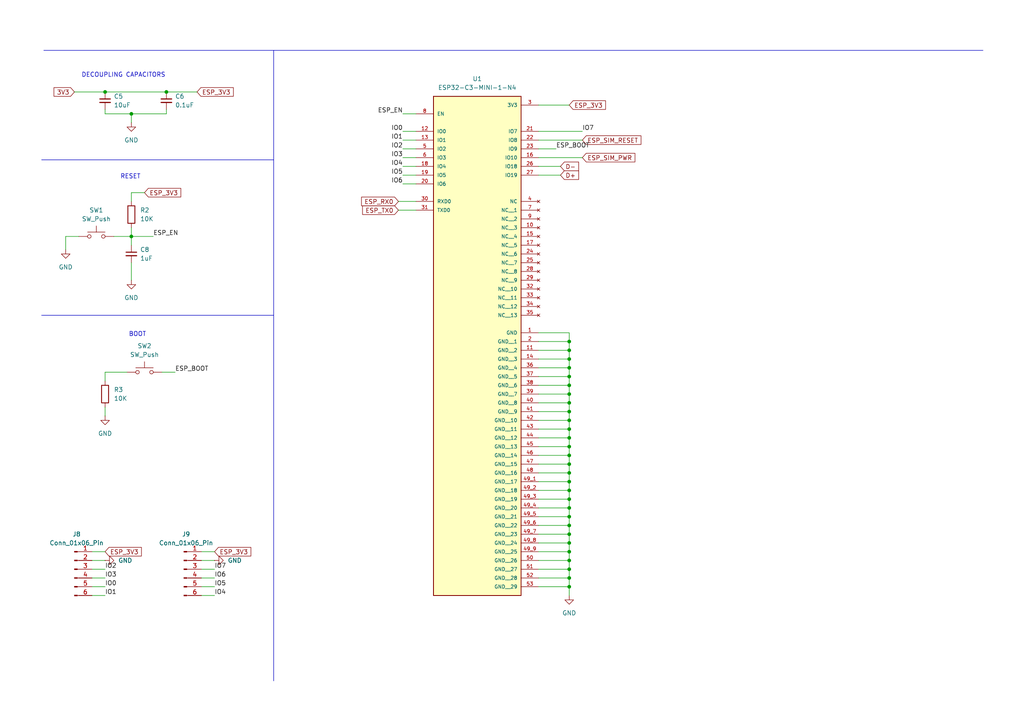
<source format=kicad_sch>
(kicad_sch (version 20250114) (generator "eeschema") (generator_version "9.0")
  (paper "A4")
  (lib_symbols
    (symbol "Connector:Conn_01x06_Pin" (pin_names (offset 1.016) (hide yes))
      (property "Reference" "J" (at 0 7.62 0))
      (property "Value" "Conn_01x06_Pin" (at 0 -10.16 0))
      (symbol "Conn_01x06_Pin_1_1"
        (rectangle (start 0.8636 5.207) (end 0 4.953) (stroke (width 0.1524)) (fill (type outline)))
        (rectangle (start 0.8636 2.667) (end 0 2.413) (stroke (width 0.1524)) (fill (type outline)))
        (rectangle (start 0.8636 0.127) (end 0 -0.127) (stroke (width 0.1524)) (fill (type outline)))
        (rectangle (start 0.8636 -2.413) (end 0 -2.667) (stroke (width 0.1524)) (fill (type outline)))
        (rectangle (start 0.8636 -4.953) (end 0 -5.207) (stroke (width 0.1524)) (fill (type outline)))
        (rectangle (start 0.8636 -7.493) (end 0 -7.747) (stroke (width 0.1524)) (fill (type outline)))
        (polyline (pts (xy 1.27 5.08) (xy 0.8636 5.08)) (stroke (width 0.1524)))
        (polyline (pts (xy 1.27 2.54) (xy 0.8636 2.54)) (stroke (width 0.1524)))
        (polyline (pts (xy 1.27 0) (xy 0.8636 0)) (stroke (width 0.1524)))
        (polyline (pts (xy 1.27 -2.54) (xy 0.8636 -2.54)) (stroke (width 0.1524)))
        (polyline (pts (xy 1.27 -5.08) (xy 0.8636 -5.08)) (stroke (width 0.1524)))
        (polyline (pts (xy 1.27 -7.62) (xy 0.8636 -7.62)) (stroke (width 0.1524)))
        (pin passive line (at 5.08 5.08 180) (length 3.81) (name "Pin_1") (number "1"))
        (pin passive line (at 5.08 2.54 180) (length 3.81) (name "Pin_2") (number "2"))
        (pin passive line (at 5.08 0 180) (length 3.81) (name "Pin_3") (number "3"))
        (pin passive line (at 5.08 -2.54 180) (length 3.81) (name "Pin_4") (number "4"))
        (pin passive line (at 5.08 -5.08 180) (length 3.81) (name "Pin_5") (number "5"))
        (pin passive line (at 5.08 -7.62 180) (length 3.81) (name "Pin_6") (number "6"))
      )
    )
    (symbol "Device:C_Small" (pin_numbers (hide yes)) (pin_names (offset 0.254) (hide yes))
      (property "Reference" "C" (at 0.254 1.778 0))
      (property "Value" "C_Small" (at 0.254 -2.032 0))
      (symbol "C_Small_0_1"
        (polyline (pts (xy -1.524 0.508) (xy 1.524 0.508)) (stroke (width 0.3048)))
        (polyline (pts (xy -1.524 -0.508) (xy 1.524 -0.508)) (stroke (width 0.3302)))
      )
      (symbol "C_Small_1_1"
        (pin passive line (at 0 2.54 270) (length 2.032) (name "~") (number "1"))
        (pin passive line (at 0 -2.54 90) (length 2.032) (name "~") (number "2"))
      )
    )
    (symbol "Device:R" (pin_numbers (hide yes)) (pin_names (offset 0))
      (property "Reference" "R" (at 2.032 0 90))
      (property "Value" "R" (at 0 0 90))
      (symbol "R_0_1"
        (rectangle (start -1.016 -2.54) (end 1.016 2.54) (stroke (width 0.254)))
      )
      (symbol "R_1_1"
        (pin passive line (at 0 3.81 270) (length 1.27) (name "~") (number "1"))
        (pin passive line (at 0 -3.81 90) (length 1.27) (name "~") (number "2"))
      )
    )
    (symbol "ESP32-C3-MINI-1-N4:ESP32-C3-MINI-1-N4" (pin_names (offset 1.016))
      (property "Reference" "U" (at -12.7 18.796 0))
      (property "Value" "ESP32-C3-MINI-1-N4" (at -12.7 -129.54 0))
      (symbol "ESP32-C3-MINI-1-N4_0_0"
        (rectangle (start -12.7 -127) (end 12.7 17.78) (stroke (width 0.254)) (fill (type background)))
        (pin input line (at -17.78 12.7 0) (length 5.08) (name "EN") (number "8"))
        (pin bidirectional line (at -17.78 7.62 0) (length 5.08) (name "IO0") (number "12"))
        (pin bidirectional line (at -17.78 5.08 0) (length 5.08) (name "IO1") (number "13"))
        (pin bidirectional line (at -17.78 2.54 0) (length 5.08) (name "IO2") (number "5"))
        (pin bidirectional line (at -17.78 0 0) (length 5.08) (name "IO3") (number "6"))
        (pin bidirectional line (at -17.78 -2.54 0) (length 5.08) (name "IO4") (number "18"))
        (pin bidirectional line (at -17.78 -5.08 0) (length 5.08) (name "IO5") (number "19"))
        (pin bidirectional line (at -17.78 -7.62 0) (length 5.08) (name "IO6") (number "20"))
        (pin bidirectional line (at -17.78 -12.7 0) (length 5.08) (name "RXD0") (number "30"))
        (pin bidirectional line (at -17.78 -15.24 0) (length 5.08) (name "TXD0") (number "31"))
        (pin power_in line (at 17.78 15.24 180) (length 5.08) (name "3V3") (number "3"))
        (pin bidirectional line (at 17.78 7.62 180) (length 5.08) (name "IO7") (number "21"))
        (pin bidirectional line (at 17.78 5.08 180) (length 5.08) (name "IO8") (number "22"))
        (pin bidirectional line (at 17.78 2.54 180) (length 5.08) (name "IO9") (number "23"))
        (pin bidirectional line (at 17.78 0 180) (length 5.08) (name "IO10") (number "16"))
        (pin bidirectional line (at 17.78 -2.54 180) (length 5.08) (name "IO18") (number "26"))
        (pin bidirectional line (at 17.78 -5.08 180) (length 5.08) (name "IO19") (number "27"))
        (pin no_connect line (at 17.78 -12.7 180) (length 5.08) (name "NC") (number "4"))
        (pin no_connect line (at 17.78 -15.24 180) (length 5.08) (name "NC__1") (number "7"))
        (pin no_connect line (at 17.78 -17.78 180) (length 5.08) (name "NC__2") (number "9"))
        (pin no_connect line (at 17.78 -20.32 180) (length 5.08) (name "NC__3") (number "10"))
        (pin no_connect line (at 17.78 -22.86 180) (length 5.08) (name "NC__4") (number "15"))
        (pin no_connect line (at 17.78 -25.4 180) (length 5.08) (name "NC__5") (number "17"))
        (pin no_connect line (at 17.78 -27.94 180) (length 5.08) (name "NC__6") (number "24"))
        (pin no_connect line (at 17.78 -30.48 180) (length 5.08) (name "NC__7") (number "25"))
        (pin no_connect line (at 17.78 -33.02 180) (length 5.08) (name "NC__8") (number "28"))
        (pin no_connect line (at 17.78 -35.56 180) (length 5.08) (name "NC__9") (number "29"))
        (pin no_connect line (at 17.78 -38.1 180) (length 5.08) (name "NC__10") (number "32"))
        (pin no_connect line (at 17.78 -40.64 180) (length 5.08) (name "NC__11") (number "33"))
        (pin no_connect line (at 17.78 -43.18 180) (length 5.08) (name "NC__12") (number "34"))
        (pin no_connect line (at 17.78 -45.72 180) (length 5.08) (name "NC__13") (number "35"))
        (pin power_in line (at 17.78 -50.8 180) (length 5.08) (name "GND") (number "1"))
        (pin power_in line (at 17.78 -53.34 180) (length 5.08) (name "GND__1") (number "2"))
        (pin power_in line (at 17.78 -55.88 180) (length 5.08) (name "GND__2") (number "11"))
        (pin power_in line (at 17.78 -58.42 180) (length 5.08) (name "GND__3") (number "14"))
        (pin power_in line (at 17.78 -60.96 180) (length 5.08) (name "GND__4") (number "36"))
        (pin power_in line (at 17.78 -63.5 180) (length 5.08) (name "GND__5") (number "37"))
        (pin power_in line (at 17.78 -66.04 180) (length 5.08) (name "GND__6") (number "38"))
        (pin power_in line (at 17.78 -68.58 180) (length 5.08) (name "GND__7") (number "39"))
        (pin power_in line (at 17.78 -71.12 180) (length 5.08) (name "GND__8") (number "40"))
        (pin power_in line (at 17.78 -73.66 180) (length 5.08) (name "GND__9") (number "41"))
        (pin power_in line (at 17.78 -76.2 180) (length 5.08) (name "GND__10") (number "42"))
        (pin power_in line (at 17.78 -78.74 180) (length 5.08) (name "GND__11") (number "43"))
        (pin power_in line (at 17.78 -81.28 180) (length 5.08) (name "GND__12") (number "44"))
        (pin power_in line (at 17.78 -83.82 180) (length 5.08) (name "GND__13") (number "45"))
        (pin power_in line (at 17.78 -86.36 180) (length 5.08) (name "GND__14") (number "46"))
        (pin power_in line (at 17.78 -88.9 180) (length 5.08) (name "GND__15") (number "47"))
        (pin power_in line (at 17.78 -91.44 180) (length 5.08) (name "GND__16") (number "48"))
        (pin power_in line (at 17.78 -93.98 180) (length 5.08) (name "GND__17") (number "49_1"))
        (pin power_in line (at 17.78 -96.52 180) (length 5.08) (name "GND__18") (number "49_2"))
        (pin power_in line (at 17.78 -99.06 180) (length 5.08) (name "GND__19") (number "49_3"))
        (pin power_in line (at 17.78 -101.6 180) (length 5.08) (name "GND__20") (number "49_4"))
        (pin power_in line (at 17.78 -104.14 180) (length 5.08) (name "GND__21") (number "49_5"))
        (pin power_in line (at 17.78 -106.68 180) (length 5.08) (name "GND__22") (number "49_6"))
        (pin power_in line (at 17.78 -109.22 180) (length 5.08) (name "GND__23") (number "49_7"))
        (pin power_in line (at 17.78 -111.76 180) (length 5.08) (name "GND__24") (number "49_8"))
        (pin power_in line (at 17.78 -114.3 180) (length 5.08) (name "GND__25") (number "49_9"))
        (pin power_in line (at 17.78 -116.84 180) (length 5.08) (name "GND__26") (number "50"))
        (pin power_in line (at 17.78 -119.38 180) (length 5.08) (name "GND__27") (number "51"))
        (pin power_in line (at 17.78 -121.92 180) (length 5.08) (name "GND__28") (number "52"))
        (pin power_in line (at 17.78 -124.46 180) (length 5.08) (name "GND__29") (number "53"))
      )
    )
    (symbol "Switch:SW_Push" (pin_numbers (hide yes)) (pin_names (offset 1.016) (hide yes))
      (property "Reference" "SW" (at 1.27 2.54 0))
      (property "Value" "SW_Push" (at 0 -1.524 0))
      (symbol "SW_Push_0_1"
        (circle (center -2.032 0) (radius 0.508))
        (polyline (pts (xy 0 1.27) (xy 0 3.048)))
        (circle (center 2.032 0) (radius 0.508))
        (polyline (pts (xy 2.54 1.27) (xy -2.54 1.27)))
        (pin passive line (at -5.08 0 0) (length 2.54) (name "1") (number "1"))
        (pin passive line (at 5.08 0 180) (length 2.54) (name "2") (number "2"))
      )
    )
    (symbol "power:GND" (power) (pin_numbers (hide yes)) (pin_names (offset 0) (hide yes))
      (property "Value" "GND" (at 0 -3.81 0))
      (symbol "GND_0_1"
        (polyline (pts (xy 0 0) (xy 0 -1.27) (xy 1.27 -1.27) (xy 0 -2.54) (xy -1.27 -1.27) (xy 0 -1.27)))
      )
      (symbol "GND_1_1"
        (pin power_in line (at 0 0 270) (length 0) (name "~") (number "1"))
      )
    )
  )
  (text "RESET" (at 37.846 51.308 0) (effects (font (size 1.27 1.27))))
  (text "DECOUPLING CAPACITORS" (at 35.814 21.844 0) (effects (font (size 1.27 1.27))))
  (text "BOOT" (at 39.878 97.028 0) (effects (font (size 1.27 1.27))))
  (junction (at 165.1 170.18))
  (junction (at 165.1 139.7))
  (junction (at 165.1 162.56))
  (junction (at 165.1 132.08))
  (junction (at 165.1 111.76))
  (junction (at 165.1 160.02))
  (junction (at 165.1 129.54))
  (junction (at 165.1 165.1))
  (junction (at 165.1 106.68))
  (junction (at 165.1 147.32))
  (junction (at 165.1 134.62))
  (junction (at 165.1 149.86))
  (junction (at 165.1 127))
  (junction (at 165.1 104.14))
  (junction (at 165.1 116.84))
  (junction (at 165.1 152.4))
  (junction (at 165.1 101.6))
  (junction (at 165.1 167.64))
  (junction (at 165.1 119.38))
  (junction (at 165.1 142.24))
  (junction (at 165.1 137.16))
  (junction (at 165.1 99.06))
  (junction (at 165.1 121.92))
  (junction (at 48.26 26.67))
  (junction (at 165.1 157.48))
  (junction (at 38.1 33.02))
  (junction (at 30.48 26.67))
  (junction (at 165.1 124.46))
  (junction (at 165.1 109.22))
  (junction (at 38.1 68.58))
  (junction (at 165.1 144.78))
  (junction (at 165.1 114.3))
  (junction (at 165.1 154.94))
  (wire (pts (xy 30.48 33.02) (xy 38.1 33.02)))
  (wire (pts (xy 48.26 26.67) (xy 57.15 26.67)))
  (wire (pts (xy 30.48 31.75) (xy 30.48 33.02)))
  (wire (pts (xy 116.84 48.26) (xy 120.65 48.26)))
  (wire (pts (xy 58.42 170.18) (xy 62.23 170.18)))
  (wire (pts (xy 41.91 55.88) (xy 38.1 55.88)))
  (wire (pts (xy 116.84 38.1) (xy 120.65 38.1)))
  (wire (pts (xy 156.21 101.6) (xy 165.1 101.6)))
  (wire (pts (xy 156.21 147.32) (xy 165.1 147.32)))
  (wire (pts (xy 156.21 48.26) (xy 162.56 48.26)))
  (wire (pts (xy 165.1 124.46) (xy 165.1 127)))
  (polyline (pts (xy 12.065 46.355) (xy 79.375 46.355)))
  (wire (pts (xy 30.48 107.95) (xy 30.48 110.49)))
  (wire (pts (xy 22.86 68.58) (xy 19.05 68.58)))
  (wire (pts (xy 156.21 124.46) (xy 165.1 124.46)))
  (wire (pts (xy 36.83 107.95) (xy 30.48 107.95)))
  (wire (pts (xy 26.67 165.1) (xy 30.48 165.1)))
  (wire (pts (xy 156.21 162.56) (xy 165.1 162.56)))
  (wire (pts (xy 116.84 53.34) (xy 120.65 53.34)))
  (wire (pts (xy 165.1 119.38) (xy 165.1 121.92)))
  (wire (pts (xy 165.1 147.32) (xy 165.1 149.86)))
  (wire (pts (xy 165.1 104.14) (xy 165.1 106.68)))
  (wire (pts (xy 165.1 162.56) (xy 165.1 165.1)))
  (wire (pts (xy 156.21 167.64) (xy 165.1 167.64)))
  (wire (pts (xy 38.1 68.58) (xy 44.45 68.58)))
  (wire (pts (xy 156.21 157.48) (xy 165.1 157.48)))
  (wire (pts (xy 165.1 137.16) (xy 165.1 139.7)))
  (wire (pts (xy 165.1 129.54) (xy 165.1 132.08)))
  (wire (pts (xy 165.1 149.86) (xy 165.1 152.4)))
  (wire (pts (xy 33.02 68.58) (xy 38.1 68.58)))
  (wire (pts (xy 26.67 160.02) (xy 30.48 160.02)))
  (wire (pts (xy 156.21 99.06) (xy 165.1 99.06)))
  (wire (pts (xy 156.21 30.48) (xy 165.1 30.48)))
  (wire (pts (xy 156.21 96.52) (xy 165.1 96.52)))
  (wire (pts (xy 156.21 121.92) (xy 165.1 121.92)))
  (wire (pts (xy 165.1 165.1) (xy 165.1 167.64)))
  (wire (pts (xy 156.21 154.94) (xy 165.1 154.94)))
  (wire (pts (xy 58.42 165.1) (xy 62.23 165.1)))
  (wire (pts (xy 165.1 167.64) (xy 165.1 170.18)))
  (wire (pts (xy 165.1 127) (xy 165.1 129.54)))
  (wire (pts (xy 156.21 116.84) (xy 165.1 116.84)))
  (wire (pts (xy 156.21 139.7) (xy 165.1 139.7)))
  (wire (pts (xy 115.57 60.96) (xy 120.65 60.96)))
  (wire (pts (xy 156.21 137.16) (xy 165.1 137.16)))
  (wire (pts (xy 38.1 33.02) (xy 48.26 33.02)))
  (wire (pts (xy 156.21 111.76) (xy 165.1 111.76)))
  (wire (pts (xy 165.1 144.78) (xy 165.1 147.32)))
  (wire (pts (xy 156.21 38.1) (xy 168.91 38.1)))
  (wire (pts (xy 165.1 170.18) (xy 165.1 172.72)))
  (polyline (pts (xy 12.7 14.605) (xy 285.115 14.605)))
  (wire (pts (xy 38.1 68.58) (xy 38.1 71.12)))
  (polyline (pts (xy 79.375 14.605) (xy 79.375 197.485)))
  (wire (pts (xy 156.21 106.68) (xy 165.1 106.68)))
  (wire (pts (xy 26.67 167.64) (xy 30.48 167.64)))
  (wire (pts (xy 165.1 160.02) (xy 165.1 162.56)))
  (wire (pts (xy 19.05 68.58) (xy 19.05 72.39)))
  (wire (pts (xy 156.21 160.02) (xy 165.1 160.02)))
  (wire (pts (xy 21.59 26.67) (xy 30.48 26.67)))
  (wire (pts (xy 38.1 55.88) (xy 38.1 58.42)))
  (wire (pts (xy 165.1 121.92) (xy 165.1 124.46)))
  (wire (pts (xy 38.1 33.02) (xy 38.1 35.56)))
  (wire (pts (xy 156.21 109.22) (xy 165.1 109.22)))
  (wire (pts (xy 165.1 142.24) (xy 165.1 144.78)))
  (wire (pts (xy 156.21 50.8) (xy 162.56 50.8)))
  (wire (pts (xy 165.1 114.3) (xy 165.1 116.84)))
  (wire (pts (xy 38.1 66.04) (xy 38.1 68.58)))
  (wire (pts (xy 165.1 101.6) (xy 165.1 104.14)))
  (wire (pts (xy 156.21 127) (xy 165.1 127)))
  (wire (pts (xy 156.21 142.24) (xy 165.1 142.24)))
  (wire (pts (xy 165.1 109.22) (xy 165.1 111.76)))
  (wire (pts (xy 116.84 33.02) (xy 120.65 33.02)))
  (wire (pts (xy 156.21 149.86) (xy 165.1 149.86)))
  (wire (pts (xy 116.84 40.64) (xy 120.65 40.64)))
  (wire (pts (xy 58.42 167.64) (xy 62.23 167.64)))
  (wire (pts (xy 165.1 154.94) (xy 165.1 157.48)))
  (wire (pts (xy 156.21 40.64) (xy 168.91 40.64)))
  (wire (pts (xy 116.84 43.18) (xy 120.65 43.18)))
  (wire (pts (xy 165.1 106.68) (xy 165.1 109.22)))
  (wire (pts (xy 165.1 134.62) (xy 165.1 137.16)))
  (wire (pts (xy 58.42 172.72) (xy 62.23 172.72)))
  (wire (pts (xy 115.57 58.42) (xy 120.65 58.42)))
  (wire (pts (xy 156.21 43.18) (xy 161.29 43.18)))
  (wire (pts (xy 26.67 172.72) (xy 30.48 172.72)))
  (wire (pts (xy 38.1 76.2) (xy 38.1 81.28)))
  (wire (pts (xy 156.21 134.62) (xy 165.1 134.62)))
  (wire (pts (xy 165.1 111.76) (xy 165.1 114.3)))
  (wire (pts (xy 58.42 160.02) (xy 62.23 160.02)))
  (wire (pts (xy 165.1 116.84) (xy 165.1 119.38)))
  (wire (pts (xy 156.21 170.18) (xy 165.1 170.18)))
  (wire (pts (xy 156.21 104.14) (xy 165.1 104.14)))
  (wire (pts (xy 156.21 119.38) (xy 165.1 119.38)))
  (wire (pts (xy 165.1 152.4) (xy 165.1 154.94)))
  (wire (pts (xy 48.26 33.02) (xy 48.26 31.75)))
  (wire (pts (xy 30.48 118.11) (xy 30.48 120.65)))
  (wire (pts (xy 156.21 165.1) (xy 165.1 165.1)))
  (wire (pts (xy 165.1 96.52) (xy 165.1 99.06)))
  (wire (pts (xy 26.67 162.56) (xy 30.48 162.56)))
  (wire (pts (xy 58.42 162.56) (xy 62.23 162.56)))
  (wire (pts (xy 165.1 132.08) (xy 165.1 134.62)))
  (wire (pts (xy 156.21 129.54) (xy 165.1 129.54)))
  (wire (pts (xy 156.21 114.3) (xy 165.1 114.3)))
  (wire (pts (xy 156.21 144.78) (xy 165.1 144.78)))
  (wire (pts (xy 116.84 45.72) (xy 120.65 45.72)))
  (wire (pts (xy 156.21 132.08) (xy 165.1 132.08)))
  (wire (pts (xy 156.21 152.4) (xy 165.1 152.4)))
  (wire (pts (xy 26.67 170.18) (xy 30.48 170.18)))
  (wire (pts (xy 165.1 99.06) (xy 165.1 101.6)))
  (wire (pts (xy 46.99 107.95) (xy 50.8 107.95)))
  (wire (pts (xy 165.1 139.7) (xy 165.1 142.24)))
  (wire (pts (xy 165.1 157.48) (xy 165.1 160.02)))
  (polyline (pts (xy 12.065 91.44) (xy 79.375 91.44)))
  (wire (pts (xy 30.48 26.67) (xy 48.26 26.67)))
  (wire (pts (xy 116.84 50.8) (xy 120.65 50.8)))
  (wire (pts (xy 156.21 45.72) (xy 168.91 45.72)))
  (label "IO7" (at 62.23 165.1 0))
  (label "ESP_EN" (at 116.84 33.02 180))
  (label "IO3" (at 30.48 167.64 0))
  (label "IO1" (at 30.48 172.72 0))
  (label "IO3" (at 116.84 45.72 180))
  (label "IO2" (at 116.84 43.18 180))
  (label "IO5" (at 62.23 170.18 0))
  (label "IO5" (at 116.84 50.8 180))
  (label "IO4" (at 116.84 48.26 180))
  (label "IO0" (at 116.84 38.1 180))
  (label "ESP_EN" (at 44.45 68.58 0))
  (label "ESP_BOOT" (at 50.8 107.95 0))
  (label "IO4" (at 62.23 172.72 0))
  (label "IO0" (at 30.48 170.18 0))
  (label "IO2" (at 30.48 165.1 0))
  (label "ESP_BOOT" (at 161.29 43.18 0))
  (label "IO7" (at 168.91 38.1 0))
  (label "IO6" (at 62.23 167.64 0))
  (label "IO1" (at 116.84 40.64 180))
  (label "IO6" (at 116.84 53.34 180))
  (global_label "D+" (shape input) (at 162.56 50.8 0) (property "Intersheetrefs" "${INTERSHEET_REFS}" (effects (hide yes))))
  (global_label "ESP_SIM_PWR" (shape input) (at 168.91 45.72 0) (property "Intersheetrefs" "${INTERSHEET_REFS}" (effects (hide yes))))
  (global_label "ESP_3V3" (shape input) (at 41.91 55.88 0) (property "Intersheetrefs" "${INTERSHEET_REFS}" (effects (hide yes))))
  (global_label "ESP_RX0" (shape input) (at 115.57 58.42 180) (property "Intersheetrefs" "${INTERSHEET_REFS}" (effects (hide yes))))
  (global_label "ESP_SIM_RESET" (shape input) (at 168.91 40.64 0) (property "Intersheetrefs" "${INTERSHEET_REFS}" (effects (hide yes))))
  (global_label "ESP_3V3" (shape input) (at 62.23 160.02 0) (property "Intersheetrefs" "${INTERSHEET_REFS}" (effects (hide yes))))
  (global_label "ESP_3V3" (shape input) (at 57.15 26.67 0) (property "Intersheetrefs" "${INTERSHEET_REFS}" (effects (hide yes))))
  (global_label "ESP_3V3" (shape input) (at 30.48 160.02 0) (property "Intersheetrefs" "${INTERSHEET_REFS}" (effects (hide yes))))
  (global_label "3V3" (shape input) (at 21.59 26.67 180) (property "Intersheetrefs" "${INTERSHEET_REFS}" (effects (hide yes))))
  (global_label "D-" (shape input) (at 162.56 48.26 0) (property "Intersheetrefs" "${INTERSHEET_REFS}" (effects (hide yes))))
  (global_label "ESP_3V3" (shape input) (at 165.1 30.48 0) (property "Intersheetrefs" "${INTERSHEET_REFS}" (effects (hide yes))))
  (global_label "ESP_TX0" (shape input) (at 115.57 60.96 180) (property "Intersheetrefs" "${INTERSHEET_REFS}" (effects (hide yes))))
  (symbol (lib_id "power:GND") (at 38.1 35.56 0) (unit 1)
    (property "Reference" "#PWR04" (effects (hide yes)))
    (property "Value" "GND" (at 38.1 40.64 0))
    (property "Description" "Power symbol creates a global label with name \"GND\" , ground" (effects (hide yes)))
  )
  (symbol (lib_id "power:GND") (at 38.1 81.28 0) (unit 1)
    (property "Reference" "#PWR05" (effects (hide yes)))
    (property "Value" "GND" (at 38.1 86.36 0))
    (property "Description" "Power symbol creates a global label with name \"GND\" , ground" (effects (hide yes)))
  )
  (symbol (lib_id "power:GND") (at 30.48 162.56 90) (unit 1)
    (property "Reference" "#PWR033" (effects (hide yes)))
    (property "Value" "GND" (at 34.29 162.5599 90) (effects (justify right)))
    (property "Description" "Power symbol creates a global label with name \"GND\" , ground" (effects (hide yes)))
  )
  (symbol (lib_id "power:GND") (at 165.1 172.72 0) (unit 1)
    (property "Reference" "#PWR09" (effects (hide yes)))
    (property "Value" "GND" (at 165.1 177.8 0))
    (property "Description" "Power symbol creates a global label with name \"GND\" , ground" (effects (hide yes)))
  )
  (symbol (lib_id "Switch:SW_Push") (at 41.91 107.95 0) (unit 1)
    (property "Reference" "SW2" (at 41.91 100.33 0))
    (property "Value" "SW_Push" (at 41.91 102.87 0))
    (property "Footprint" "Button_Switch_SMD:SW_Push_1P1T_NO_CK_KMR2" (effects (hide yes)))
    (property "Description" "Push button switch, generic, two pins" (effects (hide yes)))
  )
  (symbol (lib_id "Device:R") (at 30.48 114.3 0) (unit 1)
    (property "Reference" "R3" (at 33.02 113.0299 0) (effects (justify left)))
    (property "Value" "10K" (at 33.02 115.5699 0) (effects (justify left)))
    (property "Footprint" "Resistor_SMD:R_0603_1608Metric" (effects (hide yes)))
    (property "Description" "Resistor" (effects (hide yes)))
  )
  (symbol (lib_id "Device:C_Small") (at 30.48 29.21 0) (unit 1)
    (property "Reference" "C5" (at 33.02 27.9462 0) (effects (justify left)))
    (property "Value" "10uF" (at 33.02 30.4862 0) (effects (justify left)))
    (property "Footprint" "Capacitor_SMD:C_0603_1608Metric" (effects (hide yes)))
    (property "Description" "Unpolarized capacitor, small symbol" (effects (hide yes)))
  )
  (symbol (lib_id "ESP32-C3-MINI-1-N4:ESP32-C3-MINI-1-N4") (at 138.43 45.72 0) (unit 1)
    (property "Reference" "U1" (at 138.43 22.86 0))
    (property "Value" "ESP32-C3-MINI-1-N4" (at 138.43 25.4 0))
    (property "Footprint" "ESP32C3-MINI-1U-N4:XCVR_ESP32-C3-MINI-1-N4" (effects (hide yes)))
    (property "PARTREV" "v1.0" (effects (hide yes)))
    (property "STANDARD" "Manufacturer Recommendations" (effects (hide yes)))
    (property "MAXIMUM_PACKAGE_HEIGHT" "2.55mm" (effects (hide yes)))
    (property "MANUFACTURER" "Espressif Systems" (effects (hide yes)))
  )
  (symbol (lib_id "Device:C_Small") (at 38.1 73.66 0) (unit 1)
    (property "Reference" "C8" (at 40.64 72.3962 0) (effects (justify left)))
    (property "Value" "1uF" (at 40.64 74.9362 0) (effects (justify left)))
    (property "Footprint" "Capacitor_SMD:C_0603_1608Metric" (effects (hide yes)))
    (property "Description" "Unpolarized capacitor, small symbol" (effects (hide yes)))
  )
  (symbol (lib_id "Connector:Conn_01x06_Pin") (at 21.59 165.1 0) (unit 1)
    (property "Reference" "J8" (at 22.225 154.94 0))
    (property "Value" "Conn_01x06_Pin" (at 22.225 157.48 0))
    (property "Footprint" "Connector_PinHeader_2.54mm:PinHeader_1x06_P2.54mm_Vertical" (effects (hide yes)))
    (property "Description" "Generic connector, single row, 01x06, script generated" (effects (hide yes)))
  )
  (symbol (lib_id "power:GND") (at 62.23 162.56 90) (unit 1)
    (property "Reference" "#PWR034" (effects (hide yes)))
    (property "Value" "GND" (at 66.04 162.5599 90) (effects (justify right)))
    (property "Description" "Power symbol creates a global label with name \"GND\" , ground" (effects (hide yes)))
  )
  (symbol (lib_id "Connector:Conn_01x06_Pin") (at 53.34 165.1 0) (unit 1)
    (property "Reference" "J9" (at 53.975 154.94 0))
    (property "Value" "Conn_01x06_Pin" (at 53.975 157.48 0))
    (property "Footprint" "Connector_PinHeader_2.54mm:PinHeader_1x06_P2.54mm_Vertical" (effects (hide yes)))
    (property "Description" "Generic connector, single row, 01x06, script generated" (effects (hide yes)))
  )
  (symbol (lib_id "Switch:SW_Push") (at 27.94 68.58 0) (unit 1)
    (property "Reference" "SW1" (at 27.94 60.96 0))
    (property "Value" "SW_Push" (at 27.94 63.5 0))
    (property "Footprint" "Button_Switch_SMD:SW_Push_1P1T_NO_CK_KMR2" (effects (hide yes)))
    (property "Description" "Push button switch, generic, two pins" (effects (hide yes)))
  )
  (symbol (lib_id "Device:C_Small") (at 48.26 29.21 0) (unit 1)
    (property "Reference" "C6" (at 50.8 27.9462 0) (effects (justify left)))
    (property "Value" "0.1uF" (at 50.8 30.4862 0) (effects (justify left)))
    (property "Footprint" "Capacitor_SMD:C_0603_1608Metric" (effects (hide yes)))
    (property "Description" "Unpolarized capacitor, small symbol" (effects (hide yes)))
  )
  (symbol (lib_id "power:GND") (at 19.05 72.39 0) (unit 1)
    (property "Reference" "#PWR06" (effects (hide yes)))
    (property "Value" "GND" (at 19.05 77.47 0))
    (property "Description" "Power symbol creates a global label with name \"GND\" , ground" (effects (hide yes)))
  )
  (symbol (lib_id "Device:R") (at 38.1 62.23 0) (unit 1)
    (property "Reference" "R2" (at 40.64 60.9599 0) (effects (justify left)))
    (property "Value" "10K" (at 40.64 63.4999 0) (effects (justify left)))
    (property "Footprint" "Resistor_SMD:R_0603_1608Metric" (effects (hide yes)))
    (property "Description" "Resistor" (effects (hide yes)))
  )
  (symbol (lib_id "power:GND") (at 30.48 120.65 0) (unit 1)
    (property "Reference" "#PWR07" (effects (hide yes)))
    (property "Value" "GND" (at 30.48 125.73 0))
    (property "Description" "Power symbol creates a global label with name \"GND\" , ground" (effects (hide yes)))
  )
)
</source>
